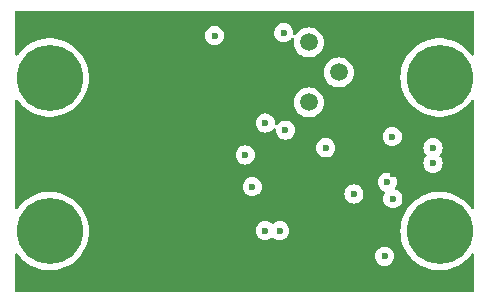
<source format=gbr>
%TF.GenerationSoftware,KiCad,Pcbnew,7.0.9*%
%TF.CreationDate,2024-10-15T17:03:29-06:00*%
%TF.ProjectId,howland,686f776c-616e-4642-9e6b-696361645f70,rev?*%
%TF.SameCoordinates,Original*%
%TF.FileFunction,Copper,L3,Inr*%
%TF.FilePolarity,Positive*%
%FSLAX46Y46*%
G04 Gerber Fmt 4.6, Leading zero omitted, Abs format (unit mm)*
G04 Created by KiCad (PCBNEW 7.0.9) date 2024-10-15 17:03:29*
%MOMM*%
%LPD*%
G01*
G04 APERTURE LIST*
%TA.AperFunction,ComponentPad*%
%ADD10C,5.600000*%
%TD*%
%TA.AperFunction,ComponentPad*%
%ADD11C,1.520000*%
%TD*%
%TA.AperFunction,ViaPad*%
%ADD12C,0.600000*%
%TD*%
G04 APERTURE END LIST*
D10*
%TO.N,GNDPWR*%
%TO.C,MH1*%
X103000000Y-84000000D03*
%TD*%
%TO.N,GNDPWR*%
%TO.C,MH2*%
X136000000Y-84000000D03*
%TD*%
%TO.N,GNDPWR*%
%TO.C,MH3*%
X103000000Y-97000000D03*
%TD*%
%TO.N,GNDPWR*%
%TO.C,MH4*%
X136000000Y-97000000D03*
%TD*%
D11*
%TO.N,Net-(R7-Pad2)*%
%TO.C,RV1*%
X124930000Y-86100000D03*
%TO.N,Net-(U5-+)*%
X127470000Y-83560000D03*
%TO.N,Net-(R8-Pad1)*%
X124930000Y-81020000D03*
%TD*%
D12*
%TO.N,GND*%
X136950000Y-80550000D03*
X132718411Y-80878411D03*
X135250000Y-88700989D03*
X112250000Y-80250000D03*
X132050000Y-92200000D03*
X112650000Y-88750000D03*
X127550000Y-85950000D03*
X137250000Y-89250000D03*
X123350000Y-94750000D03*
X116150000Y-89150000D03*
X126150000Y-88250000D03*
X112650000Y-93650000D03*
X127650000Y-91550000D03*
X134450000Y-93050000D03*
%TO.N,+3V3*%
X116950000Y-80450000D03*
X121250000Y-87850000D03*
X121250000Y-96950000D03*
X122800000Y-80200000D03*
%TO.N,VD*%
X135450000Y-91250000D03*
X122465000Y-96965000D03*
X131590145Y-92854016D03*
X131350000Y-99130000D03*
X122950000Y-88450000D03*
%TO.N,/Channel1/buffer/out+*%
X120150000Y-93250000D03*
X119550000Y-90550000D03*
%TO.N,/scl-rx*%
X132000000Y-89000000D03*
%TO.N,/sda-tx*%
X128750000Y-93850000D03*
X135450000Y-89950000D03*
X126350000Y-89950000D03*
X132050000Y-94249990D03*
%TD*%
%TA.AperFunction,Conductor*%
%TO.N,GND*%
G36*
X138866621Y-78345502D02*
G01*
X138913114Y-78399158D01*
X138924500Y-78451500D01*
X138924500Y-82007417D01*
X138904498Y-82075538D01*
X138850842Y-82122031D01*
X138780568Y-82132135D01*
X138715988Y-82102641D01*
X138694211Y-82078127D01*
X138692456Y-82075538D01*
X138637742Y-81994841D01*
X138405484Y-81721405D01*
X138405483Y-81721404D01*
X138145037Y-81474695D01*
X138145022Y-81474682D01*
X137859418Y-81257572D01*
X137859412Y-81257568D01*
X137835560Y-81243217D01*
X137552005Y-81072607D01*
X137226401Y-80921967D01*
X136886417Y-80807413D01*
X136838915Y-80796956D01*
X136536054Y-80730291D01*
X136536030Y-80730287D01*
X136179389Y-80691500D01*
X136179382Y-80691500D01*
X135820618Y-80691500D01*
X135820610Y-80691500D01*
X135463969Y-80730287D01*
X135463945Y-80730291D01*
X135113587Y-80807412D01*
X135113573Y-80807416D01*
X134773601Y-80921966D01*
X134697273Y-80957279D01*
X134575503Y-81013616D01*
X134447989Y-81072610D01*
X134140587Y-81257568D01*
X134140581Y-81257572D01*
X133854977Y-81474682D01*
X133854962Y-81474695D01*
X133594516Y-81721404D01*
X133362256Y-81994843D01*
X133160924Y-82291785D01*
X133160922Y-82291789D01*
X132992876Y-82608759D01*
X132992872Y-82608768D01*
X132860084Y-82942040D01*
X132764103Y-83287730D01*
X132706064Y-83641762D01*
X132686641Y-83999996D01*
X132686641Y-84000003D01*
X132706064Y-84358237D01*
X132764103Y-84712269D01*
X132860084Y-85057959D01*
X132860085Y-85057961D01*
X132992877Y-85391243D01*
X133031094Y-85463327D01*
X133137744Y-85664492D01*
X133160925Y-85708215D01*
X133362258Y-86005159D01*
X133594516Y-86278595D01*
X133854962Y-86525304D01*
X133854977Y-86525317D01*
X134140586Y-86742431D01*
X134447995Y-86927393D01*
X134773599Y-87078033D01*
X135113583Y-87192587D01*
X135463958Y-87269711D01*
X135820618Y-87308500D01*
X135820626Y-87308500D01*
X136179374Y-87308500D01*
X136179382Y-87308500D01*
X136536042Y-87269711D01*
X136886417Y-87192587D01*
X137226401Y-87078033D01*
X137552005Y-86927393D01*
X137859414Y-86742431D01*
X138145023Y-86525317D01*
X138405484Y-86278595D01*
X138637742Y-86005159D01*
X138694211Y-85921872D01*
X138748995Y-85876715D01*
X138819496Y-85868344D01*
X138883331Y-85899417D01*
X138920233Y-85960070D01*
X138924500Y-85992582D01*
X138924500Y-95007417D01*
X138904498Y-95075538D01*
X138850842Y-95122031D01*
X138780568Y-95132135D01*
X138715988Y-95102641D01*
X138694211Y-95078127D01*
X138692456Y-95075538D01*
X138637742Y-94994841D01*
X138405484Y-94721405D01*
X138322940Y-94643215D01*
X138145037Y-94474695D01*
X138145022Y-94474682D01*
X137859418Y-94257572D01*
X137859412Y-94257568D01*
X137846817Y-94249990D01*
X137552005Y-94072607D01*
X137226401Y-93921967D01*
X136886417Y-93807413D01*
X136810381Y-93790676D01*
X136536054Y-93730291D01*
X136536030Y-93730287D01*
X136179389Y-93691500D01*
X136179382Y-93691500D01*
X135820618Y-93691500D01*
X135820610Y-93691500D01*
X135463969Y-93730287D01*
X135463945Y-93730291D01*
X135113587Y-93807412D01*
X135113573Y-93807416D01*
X134773601Y-93921966D01*
X134773599Y-93921967D01*
X134455924Y-94068939D01*
X134447989Y-94072610D01*
X134140587Y-94257568D01*
X134140581Y-94257572D01*
X133854977Y-94474682D01*
X133854962Y-94474695D01*
X133594516Y-94721404D01*
X133362256Y-94994843D01*
X133160924Y-95291785D01*
X133160922Y-95291789D01*
X132992876Y-95608759D01*
X132992872Y-95608768D01*
X132860084Y-95942040D01*
X132764103Y-96287730D01*
X132706064Y-96641762D01*
X132686641Y-96999996D01*
X132686641Y-97000003D01*
X132706064Y-97358237D01*
X132764103Y-97712269D01*
X132860084Y-98057959D01*
X132860085Y-98057961D01*
X132992877Y-98391243D01*
X133075500Y-98547086D01*
X133160922Y-98708210D01*
X133160924Y-98708214D01*
X133207552Y-98776985D01*
X133362258Y-99005159D01*
X133468299Y-99130000D01*
X133594516Y-99278595D01*
X133854962Y-99525304D01*
X133854977Y-99525317D01*
X134140586Y-99742431D01*
X134447995Y-99927393D01*
X134773599Y-100078033D01*
X135113583Y-100192587D01*
X135463958Y-100269711D01*
X135820618Y-100308500D01*
X135820626Y-100308500D01*
X136179374Y-100308500D01*
X136179382Y-100308500D01*
X136536042Y-100269711D01*
X136886417Y-100192587D01*
X137226401Y-100078033D01*
X137552005Y-99927393D01*
X137859414Y-99742431D01*
X138145023Y-99525317D01*
X138189678Y-99483018D01*
X138201384Y-99471928D01*
X138405484Y-99278595D01*
X138637742Y-99005159D01*
X138694211Y-98921872D01*
X138748995Y-98876715D01*
X138819496Y-98868344D01*
X138883331Y-98899417D01*
X138920233Y-98960070D01*
X138924500Y-98992582D01*
X138924500Y-102048500D01*
X138904498Y-102116621D01*
X138850842Y-102163114D01*
X138798500Y-102174500D01*
X100201500Y-102174500D01*
X100133379Y-102154498D01*
X100086886Y-102100842D01*
X100075500Y-102048500D01*
X100075500Y-98992582D01*
X100095502Y-98924461D01*
X100149158Y-98877968D01*
X100219432Y-98867864D01*
X100284012Y-98897358D01*
X100305787Y-98921871D01*
X100362258Y-99005159D01*
X100468299Y-99130000D01*
X100594516Y-99278595D01*
X100854962Y-99525304D01*
X100854977Y-99525317D01*
X101140586Y-99742431D01*
X101447995Y-99927393D01*
X101773599Y-100078033D01*
X102113583Y-100192587D01*
X102463958Y-100269711D01*
X102820618Y-100308500D01*
X102820626Y-100308500D01*
X103179374Y-100308500D01*
X103179382Y-100308500D01*
X103536042Y-100269711D01*
X103886417Y-100192587D01*
X104226401Y-100078033D01*
X104552005Y-99927393D01*
X104859414Y-99742431D01*
X105145023Y-99525317D01*
X105189678Y-99483018D01*
X105201384Y-99471928D01*
X105405484Y-99278595D01*
X105531701Y-99130000D01*
X130536384Y-99130000D01*
X130556783Y-99311047D01*
X130556783Y-99311049D01*
X130556784Y-99311050D01*
X130616957Y-99483015D01*
X130616958Y-99483018D01*
X130713887Y-99637279D01*
X130713888Y-99637281D01*
X130842718Y-99766111D01*
X130842720Y-99766112D01*
X130996981Y-99863041D01*
X130996982Y-99863041D01*
X130996985Y-99863043D01*
X131168953Y-99923217D01*
X131350000Y-99943616D01*
X131531047Y-99923217D01*
X131703015Y-99863043D01*
X131857281Y-99766111D01*
X131986111Y-99637281D01*
X132083043Y-99483015D01*
X132143217Y-99311047D01*
X132163616Y-99130000D01*
X132143217Y-98948953D01*
X132083043Y-98776985D01*
X132083041Y-98776982D01*
X132083041Y-98776981D01*
X131986112Y-98622720D01*
X131986111Y-98622718D01*
X131857281Y-98493888D01*
X131857279Y-98493887D01*
X131703018Y-98396958D01*
X131703015Y-98396957D01*
X131531050Y-98336784D01*
X131531049Y-98336783D01*
X131531047Y-98336783D01*
X131350000Y-98316384D01*
X131168953Y-98336783D01*
X131168950Y-98336783D01*
X131168949Y-98336784D01*
X130996984Y-98396957D01*
X130996981Y-98396958D01*
X130842720Y-98493887D01*
X130842718Y-98493888D01*
X130713888Y-98622718D01*
X130713887Y-98622720D01*
X130616958Y-98776981D01*
X130616957Y-98776984D01*
X130566259Y-98921873D01*
X130556783Y-98948953D01*
X130536384Y-99130000D01*
X105531701Y-99130000D01*
X105637742Y-99005159D01*
X105839075Y-98708215D01*
X106007123Y-98391243D01*
X106139915Y-98057961D01*
X106235895Y-97712274D01*
X106240688Y-97683041D01*
X106244761Y-97658188D01*
X106293936Y-97358237D01*
X106313359Y-97000000D01*
X106310648Y-96950000D01*
X120436384Y-96950000D01*
X120456783Y-97131047D01*
X120456783Y-97131049D01*
X120456784Y-97131050D01*
X120516957Y-97303015D01*
X120516958Y-97303018D01*
X120613887Y-97457279D01*
X120613888Y-97457281D01*
X120742718Y-97586111D01*
X120742720Y-97586112D01*
X120896981Y-97683041D01*
X120896982Y-97683041D01*
X120896985Y-97683043D01*
X121068953Y-97743217D01*
X121250000Y-97763616D01*
X121431047Y-97743217D01*
X121603015Y-97683043D01*
X121757281Y-97586111D01*
X121760901Y-97582490D01*
X121823210Y-97548463D01*
X121894026Y-97553524D01*
X121939094Y-97582486D01*
X121957719Y-97601111D01*
X121957722Y-97601114D01*
X122111981Y-97698041D01*
X122111982Y-97698041D01*
X122111985Y-97698043D01*
X122283953Y-97758217D01*
X122465000Y-97778616D01*
X122646047Y-97758217D01*
X122818015Y-97698043D01*
X122972281Y-97601111D01*
X123101111Y-97472281D01*
X123198043Y-97318015D01*
X123258217Y-97146047D01*
X123278616Y-96965000D01*
X123258217Y-96783953D01*
X123198043Y-96611985D01*
X123198041Y-96611982D01*
X123198041Y-96611981D01*
X123101112Y-96457720D01*
X123101111Y-96457718D01*
X122972281Y-96328888D01*
X122972279Y-96328887D01*
X122818018Y-96231958D01*
X122818015Y-96231957D01*
X122646050Y-96171784D01*
X122646049Y-96171783D01*
X122646047Y-96171783D01*
X122465000Y-96151384D01*
X122283953Y-96171783D01*
X122283950Y-96171783D01*
X122283949Y-96171784D01*
X122111984Y-96231957D01*
X122111981Y-96231958D01*
X121957720Y-96328887D01*
X121954089Y-96332518D01*
X121891775Y-96366539D01*
X121820960Y-96361470D01*
X121775904Y-96332512D01*
X121757281Y-96313889D01*
X121757280Y-96313888D01*
X121757277Y-96313885D01*
X121603018Y-96216958D01*
X121603015Y-96216957D01*
X121431050Y-96156784D01*
X121431049Y-96156783D01*
X121431047Y-96156783D01*
X121250000Y-96136384D01*
X121068953Y-96156783D01*
X121068950Y-96156783D01*
X121068949Y-96156784D01*
X120896984Y-96216957D01*
X120896981Y-96216958D01*
X120742720Y-96313887D01*
X120742718Y-96313888D01*
X120613888Y-96442718D01*
X120613887Y-96442720D01*
X120516958Y-96596981D01*
X120516957Y-96596984D01*
X120501289Y-96641763D01*
X120456783Y-96768953D01*
X120436384Y-96950000D01*
X106310648Y-96950000D01*
X106293936Y-96641763D01*
X106235895Y-96287726D01*
X106139915Y-95942039D01*
X106007123Y-95608757D01*
X105839075Y-95291785D01*
X105637742Y-94994841D01*
X105405484Y-94721405D01*
X105322940Y-94643215D01*
X105145037Y-94474695D01*
X105145022Y-94474682D01*
X104859418Y-94257572D01*
X104859412Y-94257568D01*
X104846817Y-94249990D01*
X104552005Y-94072607D01*
X104226401Y-93921967D01*
X103886417Y-93807413D01*
X103810381Y-93790676D01*
X103536054Y-93730291D01*
X103536030Y-93730287D01*
X103179389Y-93691500D01*
X103179382Y-93691500D01*
X102820618Y-93691500D01*
X102820610Y-93691500D01*
X102463969Y-93730287D01*
X102463945Y-93730291D01*
X102113587Y-93807412D01*
X102113573Y-93807416D01*
X101773601Y-93921966D01*
X101773599Y-93921967D01*
X101455924Y-94068939D01*
X101447989Y-94072610D01*
X101140587Y-94257568D01*
X101140581Y-94257572D01*
X100854977Y-94474682D01*
X100854962Y-94474695D01*
X100594516Y-94721404D01*
X100362259Y-94994839D01*
X100305789Y-95078127D01*
X100251005Y-95123285D01*
X100180503Y-95131655D01*
X100116668Y-95100581D01*
X100079767Y-95039928D01*
X100075500Y-95007417D01*
X100075500Y-93250000D01*
X119336384Y-93250000D01*
X119356783Y-93431047D01*
X119356783Y-93431049D01*
X119356784Y-93431050D01*
X119416957Y-93603015D01*
X119416958Y-93603018D01*
X119513887Y-93757279D01*
X119513888Y-93757281D01*
X119642718Y-93886111D01*
X119642720Y-93886112D01*
X119796981Y-93983041D01*
X119796982Y-93983041D01*
X119796985Y-93983043D01*
X119968953Y-94043217D01*
X120150000Y-94063616D01*
X120331047Y-94043217D01*
X120503015Y-93983043D01*
X120657281Y-93886111D01*
X120693392Y-93850000D01*
X127936384Y-93850000D01*
X127956783Y-94031047D01*
X127956783Y-94031049D01*
X127956784Y-94031050D01*
X128016957Y-94203015D01*
X128016958Y-94203018D01*
X128113887Y-94357279D01*
X128113888Y-94357281D01*
X128242718Y-94486111D01*
X128242720Y-94486112D01*
X128396981Y-94583041D01*
X128396982Y-94583041D01*
X128396985Y-94583043D01*
X128568953Y-94643217D01*
X128750000Y-94663616D01*
X128931047Y-94643217D01*
X129103015Y-94583043D01*
X129257281Y-94486111D01*
X129386111Y-94357281D01*
X129483043Y-94203015D01*
X129543217Y-94031047D01*
X129563616Y-93850000D01*
X129543217Y-93668953D01*
X129483043Y-93496985D01*
X129483041Y-93496982D01*
X129483041Y-93496981D01*
X129386112Y-93342720D01*
X129386111Y-93342718D01*
X129257281Y-93213888D01*
X129257279Y-93213887D01*
X129103018Y-93116958D01*
X129103015Y-93116957D01*
X128931050Y-93056784D01*
X128931049Y-93056783D01*
X128931047Y-93056783D01*
X128750000Y-93036384D01*
X128568953Y-93056783D01*
X128568950Y-93056783D01*
X128568949Y-93056784D01*
X128396984Y-93116957D01*
X128396981Y-93116958D01*
X128242720Y-93213887D01*
X128242718Y-93213888D01*
X128113888Y-93342718D01*
X128113887Y-93342720D01*
X128016958Y-93496981D01*
X128016957Y-93496984D01*
X127961663Y-93655008D01*
X127956783Y-93668953D01*
X127936384Y-93850000D01*
X120693392Y-93850000D01*
X120786111Y-93757281D01*
X120883043Y-93603015D01*
X120943217Y-93431047D01*
X120963616Y-93250000D01*
X120943217Y-93068953D01*
X120883043Y-92896985D01*
X120883041Y-92896982D01*
X120883041Y-92896981D01*
X120856044Y-92854016D01*
X130776529Y-92854016D01*
X130796928Y-93035063D01*
X130796928Y-93035065D01*
X130796929Y-93035066D01*
X130857102Y-93207031D01*
X130857103Y-93207034D01*
X130954032Y-93361295D01*
X130954033Y-93361297D01*
X131082863Y-93490127D01*
X131082865Y-93490128D01*
X131125549Y-93516948D01*
X131237130Y-93587059D01*
X131313073Y-93613632D01*
X131370762Y-93655008D01*
X131396925Y-93721008D01*
X131383253Y-93790676D01*
X131378144Y-93799596D01*
X131316956Y-93896976D01*
X131258647Y-94063615D01*
X131256783Y-94068943D01*
X131236384Y-94249990D01*
X131256783Y-94431037D01*
X131256783Y-94431039D01*
X131256784Y-94431040D01*
X131316957Y-94603005D01*
X131316958Y-94603008D01*
X131413887Y-94757269D01*
X131413888Y-94757271D01*
X131542718Y-94886101D01*
X131542720Y-94886102D01*
X131696981Y-94983031D01*
X131696982Y-94983031D01*
X131696985Y-94983033D01*
X131868953Y-95043207D01*
X132050000Y-95063606D01*
X132231047Y-95043207D01*
X132403015Y-94983033D01*
X132557281Y-94886101D01*
X132686111Y-94757271D01*
X132783043Y-94603005D01*
X132843217Y-94431037D01*
X132863616Y-94249990D01*
X132843217Y-94068943D01*
X132783043Y-93896975D01*
X132783041Y-93896972D01*
X132783041Y-93896971D01*
X132686112Y-93742710D01*
X132686111Y-93742708D01*
X132557281Y-93613878D01*
X132557279Y-93613877D01*
X132403017Y-93516948D01*
X132403016Y-93516947D01*
X132403015Y-93516947D01*
X132374014Y-93506799D01*
X132327072Y-93490373D01*
X132269381Y-93448994D01*
X132243218Y-93382994D01*
X132256892Y-93313326D01*
X132261986Y-93304433D01*
X132323188Y-93207031D01*
X132383362Y-93035063D01*
X132403761Y-92854016D01*
X132383362Y-92672969D01*
X132323188Y-92501001D01*
X132323186Y-92500998D01*
X132323186Y-92500997D01*
X132226257Y-92346736D01*
X132226256Y-92346734D01*
X132097426Y-92217904D01*
X132097424Y-92217903D01*
X131943163Y-92120974D01*
X131943160Y-92120973D01*
X131771195Y-92060800D01*
X131771194Y-92060799D01*
X131771192Y-92060799D01*
X131590145Y-92040400D01*
X131409098Y-92060799D01*
X131409095Y-92060799D01*
X131409094Y-92060800D01*
X131237129Y-92120973D01*
X131237126Y-92120974D01*
X131082865Y-92217903D01*
X131082863Y-92217904D01*
X130954033Y-92346734D01*
X130954032Y-92346736D01*
X130857103Y-92500997D01*
X130857102Y-92501000D01*
X130817602Y-92613887D01*
X130796928Y-92672969D01*
X130776529Y-92854016D01*
X120856044Y-92854016D01*
X120786112Y-92742720D01*
X120786111Y-92742718D01*
X120657281Y-92613888D01*
X120657279Y-92613887D01*
X120503018Y-92516958D01*
X120503015Y-92516957D01*
X120331050Y-92456784D01*
X120331049Y-92456783D01*
X120331047Y-92456783D01*
X120150000Y-92436384D01*
X119968953Y-92456783D01*
X119968950Y-92456783D01*
X119968949Y-92456784D01*
X119796984Y-92516957D01*
X119796981Y-92516958D01*
X119642720Y-92613887D01*
X119642718Y-92613888D01*
X119513888Y-92742718D01*
X119513887Y-92742720D01*
X119416958Y-92896981D01*
X119416957Y-92896984D01*
X119368641Y-93035066D01*
X119356783Y-93068953D01*
X119336384Y-93250000D01*
X100075500Y-93250000D01*
X100075500Y-90550000D01*
X118736384Y-90550000D01*
X118756783Y-90731047D01*
X118756783Y-90731049D01*
X118756784Y-90731050D01*
X118816957Y-90903015D01*
X118816958Y-90903018D01*
X118913887Y-91057279D01*
X118913888Y-91057281D01*
X119042718Y-91186111D01*
X119042720Y-91186112D01*
X119196981Y-91283041D01*
X119196982Y-91283041D01*
X119196985Y-91283043D01*
X119368953Y-91343217D01*
X119550000Y-91363616D01*
X119731047Y-91343217D01*
X119903015Y-91283043D01*
X119955602Y-91250000D01*
X134636384Y-91250000D01*
X134656783Y-91431047D01*
X134656783Y-91431049D01*
X134656784Y-91431050D01*
X134716957Y-91603015D01*
X134716958Y-91603018D01*
X134813887Y-91757279D01*
X134813888Y-91757281D01*
X134942718Y-91886111D01*
X134942720Y-91886112D01*
X135096981Y-91983041D01*
X135096982Y-91983041D01*
X135096985Y-91983043D01*
X135268953Y-92043217D01*
X135450000Y-92063616D01*
X135631047Y-92043217D01*
X135803015Y-91983043D01*
X135957281Y-91886111D01*
X136086111Y-91757281D01*
X136183043Y-91603015D01*
X136243217Y-91431047D01*
X136263616Y-91250000D01*
X136243217Y-91068953D01*
X136183043Y-90896985D01*
X136183041Y-90896982D01*
X136183041Y-90896981D01*
X136086112Y-90742720D01*
X136086111Y-90742718D01*
X136032488Y-90689095D01*
X135998462Y-90626783D01*
X136003527Y-90555968D01*
X136032488Y-90510905D01*
X136086111Y-90457281D01*
X136086112Y-90457279D01*
X136183041Y-90303018D01*
X136183040Y-90303018D01*
X136183043Y-90303015D01*
X136243217Y-90131047D01*
X136263616Y-89950000D01*
X136243217Y-89768953D01*
X136183043Y-89596985D01*
X136183041Y-89596982D01*
X136183041Y-89596981D01*
X136086112Y-89442720D01*
X136086111Y-89442718D01*
X135957281Y-89313888D01*
X135957279Y-89313887D01*
X135803018Y-89216958D01*
X135803015Y-89216957D01*
X135631050Y-89156784D01*
X135631049Y-89156783D01*
X135631047Y-89156783D01*
X135450000Y-89136384D01*
X135268953Y-89156783D01*
X135268950Y-89156783D01*
X135268949Y-89156784D01*
X135096984Y-89216957D01*
X135096981Y-89216958D01*
X134942720Y-89313887D01*
X134942718Y-89313888D01*
X134813888Y-89442718D01*
X134813887Y-89442720D01*
X134716958Y-89596981D01*
X134716957Y-89596984D01*
X134669349Y-89733042D01*
X134656783Y-89768953D01*
X134636384Y-89950000D01*
X134656783Y-90131047D01*
X134656783Y-90131049D01*
X134656784Y-90131050D01*
X134716957Y-90303015D01*
X134716958Y-90303018D01*
X134813887Y-90457279D01*
X134813888Y-90457281D01*
X134867512Y-90510905D01*
X134901538Y-90573217D01*
X134896473Y-90644032D01*
X134867512Y-90689095D01*
X134813888Y-90742718D01*
X134813887Y-90742720D01*
X134716958Y-90896981D01*
X134716957Y-90896984D01*
X134660868Y-91057279D01*
X134656783Y-91068953D01*
X134636384Y-91250000D01*
X119955602Y-91250000D01*
X120057281Y-91186111D01*
X120186111Y-91057281D01*
X120283043Y-90903015D01*
X120343217Y-90731047D01*
X120363616Y-90550000D01*
X120343217Y-90368953D01*
X120283043Y-90196985D01*
X120283041Y-90196982D01*
X120283041Y-90196981D01*
X120186112Y-90042720D01*
X120186111Y-90042718D01*
X120093393Y-89950000D01*
X125536384Y-89950000D01*
X125556783Y-90131047D01*
X125556783Y-90131049D01*
X125556784Y-90131050D01*
X125616957Y-90303015D01*
X125616958Y-90303018D01*
X125713887Y-90457279D01*
X125713888Y-90457281D01*
X125842718Y-90586111D01*
X125842720Y-90586112D01*
X125996981Y-90683041D01*
X125996982Y-90683041D01*
X125996985Y-90683043D01*
X126168953Y-90743217D01*
X126350000Y-90763616D01*
X126531047Y-90743217D01*
X126703015Y-90683043D01*
X126857281Y-90586111D01*
X126986111Y-90457281D01*
X127083043Y-90303015D01*
X127143217Y-90131047D01*
X127163616Y-89950000D01*
X127143217Y-89768953D01*
X127083043Y-89596985D01*
X127083041Y-89596982D01*
X127083041Y-89596981D01*
X126986112Y-89442720D01*
X126986111Y-89442718D01*
X126857281Y-89313888D01*
X126857279Y-89313887D01*
X126703018Y-89216958D01*
X126703015Y-89216957D01*
X126531050Y-89156784D01*
X126531049Y-89156783D01*
X126531047Y-89156783D01*
X126350000Y-89136384D01*
X126168953Y-89156783D01*
X126168950Y-89156783D01*
X126168949Y-89156784D01*
X125996984Y-89216957D01*
X125996981Y-89216958D01*
X125842720Y-89313887D01*
X125842718Y-89313888D01*
X125713888Y-89442718D01*
X125713887Y-89442720D01*
X125616958Y-89596981D01*
X125616957Y-89596984D01*
X125569349Y-89733042D01*
X125556783Y-89768953D01*
X125536384Y-89950000D01*
X120093393Y-89950000D01*
X120057281Y-89913888D01*
X120057279Y-89913887D01*
X119903018Y-89816958D01*
X119903015Y-89816957D01*
X119731050Y-89756784D01*
X119731049Y-89756783D01*
X119731047Y-89756783D01*
X119550000Y-89736384D01*
X119368953Y-89756783D01*
X119368950Y-89756783D01*
X119368949Y-89756784D01*
X119196984Y-89816957D01*
X119196981Y-89816958D01*
X119042720Y-89913887D01*
X119042718Y-89913888D01*
X118913888Y-90042718D01*
X118913887Y-90042720D01*
X118816958Y-90196981D01*
X118816957Y-90196984D01*
X118779855Y-90303018D01*
X118756783Y-90368953D01*
X118736384Y-90550000D01*
X100075500Y-90550000D01*
X100075500Y-87850000D01*
X120436384Y-87850000D01*
X120456783Y-88031047D01*
X120456783Y-88031049D01*
X120456784Y-88031050D01*
X120516957Y-88203015D01*
X120516958Y-88203018D01*
X120613887Y-88357279D01*
X120613888Y-88357281D01*
X120742718Y-88486111D01*
X120742720Y-88486112D01*
X120896981Y-88583041D01*
X120896982Y-88583041D01*
X120896985Y-88583043D01*
X121068953Y-88643217D01*
X121250000Y-88663616D01*
X121431047Y-88643217D01*
X121603015Y-88583043D01*
X121757281Y-88486111D01*
X121886111Y-88357281D01*
X121910093Y-88319114D01*
X121963271Y-88272076D01*
X122033438Y-88261255D01*
X122098317Y-88290087D01*
X122137308Y-88349418D01*
X122141988Y-88400255D01*
X122136384Y-88450000D01*
X122156783Y-88631047D01*
X122156783Y-88631049D01*
X122156784Y-88631050D01*
X122216957Y-88803015D01*
X122216958Y-88803018D01*
X122313887Y-88957279D01*
X122313888Y-88957281D01*
X122442718Y-89086111D01*
X122442720Y-89086112D01*
X122596981Y-89183041D01*
X122596982Y-89183041D01*
X122596985Y-89183043D01*
X122768953Y-89243217D01*
X122950000Y-89263616D01*
X123131047Y-89243217D01*
X123303015Y-89183043D01*
X123457281Y-89086111D01*
X123543392Y-89000000D01*
X131186384Y-89000000D01*
X131206783Y-89181047D01*
X131206783Y-89181049D01*
X131206784Y-89181050D01*
X131266957Y-89353015D01*
X131266958Y-89353018D01*
X131363887Y-89507279D01*
X131363888Y-89507281D01*
X131492718Y-89636111D01*
X131492720Y-89636112D01*
X131646981Y-89733041D01*
X131646982Y-89733041D01*
X131646985Y-89733043D01*
X131818953Y-89793217D01*
X132000000Y-89813616D01*
X132181047Y-89793217D01*
X132353015Y-89733043D01*
X132507281Y-89636111D01*
X132636111Y-89507281D01*
X132733043Y-89353015D01*
X132793217Y-89181047D01*
X132813616Y-89000000D01*
X132793217Y-88818953D01*
X132733043Y-88646985D01*
X132733041Y-88646982D01*
X132733041Y-88646981D01*
X132636112Y-88492720D01*
X132636111Y-88492718D01*
X132507281Y-88363888D01*
X132507279Y-88363887D01*
X132353018Y-88266958D01*
X132353015Y-88266957D01*
X132181050Y-88206784D01*
X132181049Y-88206783D01*
X132181047Y-88206783D01*
X132000000Y-88186384D01*
X131818953Y-88206783D01*
X131818950Y-88206783D01*
X131818949Y-88206784D01*
X131646984Y-88266957D01*
X131646981Y-88266958D01*
X131492720Y-88363887D01*
X131492718Y-88363888D01*
X131363888Y-88492718D01*
X131363887Y-88492720D01*
X131266958Y-88646981D01*
X131266957Y-88646984D01*
X131212359Y-88803018D01*
X131206783Y-88818953D01*
X131186384Y-89000000D01*
X123543392Y-89000000D01*
X123586111Y-88957281D01*
X123683043Y-88803015D01*
X123743217Y-88631047D01*
X123763616Y-88450000D01*
X123743217Y-88268953D01*
X123683043Y-88096985D01*
X123683041Y-88096982D01*
X123683041Y-88096981D01*
X123586112Y-87942720D01*
X123586111Y-87942718D01*
X123457281Y-87813888D01*
X123457279Y-87813887D01*
X123303018Y-87716958D01*
X123303015Y-87716957D01*
X123131050Y-87656784D01*
X123131049Y-87656783D01*
X123131047Y-87656783D01*
X122950000Y-87636384D01*
X122768953Y-87656783D01*
X122768950Y-87656783D01*
X122768949Y-87656784D01*
X122596984Y-87716957D01*
X122596981Y-87716958D01*
X122442720Y-87813887D01*
X122442718Y-87813888D01*
X122313887Y-87942719D01*
X122289904Y-87980888D01*
X122236725Y-88027925D01*
X122166557Y-88038744D01*
X122101679Y-88009910D01*
X122062690Y-87950577D01*
X122058011Y-87899743D01*
X122063616Y-87850000D01*
X122043217Y-87668953D01*
X121983043Y-87496985D01*
X121983041Y-87496982D01*
X121983041Y-87496981D01*
X121886112Y-87342720D01*
X121886111Y-87342718D01*
X121757281Y-87213888D01*
X121757279Y-87213887D01*
X121603018Y-87116958D01*
X121603015Y-87116957D01*
X121431050Y-87056784D01*
X121431049Y-87056783D01*
X121431047Y-87056783D01*
X121250000Y-87036384D01*
X121068953Y-87056783D01*
X121068950Y-87056783D01*
X121068949Y-87056784D01*
X120896984Y-87116957D01*
X120896981Y-87116958D01*
X120742720Y-87213887D01*
X120742718Y-87213888D01*
X120613888Y-87342718D01*
X120613887Y-87342720D01*
X120516958Y-87496981D01*
X120516957Y-87496984D01*
X120516957Y-87496985D01*
X120456783Y-87668953D01*
X120436384Y-87850000D01*
X100075500Y-87850000D01*
X100075500Y-85992582D01*
X100095502Y-85924461D01*
X100149158Y-85877968D01*
X100219432Y-85867864D01*
X100284012Y-85897358D01*
X100305787Y-85921871D01*
X100362258Y-86005159D01*
X100594516Y-86278595D01*
X100854962Y-86525304D01*
X100854977Y-86525317D01*
X101140586Y-86742431D01*
X101447995Y-86927393D01*
X101773599Y-87078033D01*
X102113583Y-87192587D01*
X102463958Y-87269711D01*
X102820618Y-87308500D01*
X102820626Y-87308500D01*
X103179374Y-87308500D01*
X103179382Y-87308500D01*
X103536042Y-87269711D01*
X103886417Y-87192587D01*
X104226401Y-87078033D01*
X104552005Y-86927393D01*
X104859414Y-86742431D01*
X105145023Y-86525317D01*
X105405484Y-86278595D01*
X105557184Y-86100000D01*
X123656655Y-86100000D01*
X123676000Y-86321117D01*
X123733446Y-86535507D01*
X123733448Y-86535512D01*
X123827250Y-86736671D01*
X123827251Y-86736673D01*
X123954554Y-86918481D01*
X123954558Y-86918486D01*
X123954561Y-86918490D01*
X124111510Y-87075439D01*
X124111514Y-87075442D01*
X124111518Y-87075445D01*
X124170805Y-87116958D01*
X124293327Y-87202749D01*
X124494490Y-87296553D01*
X124708886Y-87354000D01*
X124930000Y-87373345D01*
X125151114Y-87354000D01*
X125365510Y-87296553D01*
X125566673Y-87202749D01*
X125748490Y-87075439D01*
X125905439Y-86918490D01*
X126032749Y-86736673D01*
X126126553Y-86535510D01*
X126184000Y-86321114D01*
X126203345Y-86100000D01*
X126184000Y-85878886D01*
X126126553Y-85664490D01*
X126032749Y-85463328D01*
X125905439Y-85281510D01*
X125748490Y-85124561D01*
X125748486Y-85124558D01*
X125748481Y-85124554D01*
X125566673Y-84997251D01*
X125566671Y-84997250D01*
X125365512Y-84903448D01*
X125365507Y-84903446D01*
X125151117Y-84846000D01*
X124930000Y-84826655D01*
X124708882Y-84846000D01*
X124494492Y-84903446D01*
X124494487Y-84903448D01*
X124293327Y-84997251D01*
X124111513Y-85124558D01*
X124111507Y-85124563D01*
X123954563Y-85281507D01*
X123954558Y-85281513D01*
X123827251Y-85463327D01*
X123733448Y-85664487D01*
X123733446Y-85664492D01*
X123676000Y-85878882D01*
X123656655Y-86100000D01*
X105557184Y-86100000D01*
X105637742Y-86005159D01*
X105839075Y-85708215D01*
X106007123Y-85391243D01*
X106139915Y-85057961D01*
X106235895Y-84712274D01*
X106293936Y-84358237D01*
X106313359Y-84000000D01*
X106313115Y-83995507D01*
X106309735Y-83933173D01*
X106293936Y-83641763D01*
X106280532Y-83560000D01*
X126196655Y-83560000D01*
X126216000Y-83781117D01*
X126273446Y-83995507D01*
X126273448Y-83995512D01*
X126367250Y-84196671D01*
X126367251Y-84196673D01*
X126494554Y-84378481D01*
X126494558Y-84378486D01*
X126494561Y-84378490D01*
X126651510Y-84535439D01*
X126651514Y-84535442D01*
X126651518Y-84535445D01*
X126755252Y-84608080D01*
X126833327Y-84662749D01*
X127034490Y-84756553D01*
X127248886Y-84814000D01*
X127470000Y-84833345D01*
X127691114Y-84814000D01*
X127905510Y-84756553D01*
X128106673Y-84662749D01*
X128288490Y-84535439D01*
X128445439Y-84378490D01*
X128572749Y-84196673D01*
X128666553Y-83995510D01*
X128724000Y-83781114D01*
X128743345Y-83560000D01*
X128724000Y-83338886D01*
X128666553Y-83124490D01*
X128572749Y-82923328D01*
X128445439Y-82741510D01*
X128288490Y-82584561D01*
X128288486Y-82584558D01*
X128288481Y-82584554D01*
X128106673Y-82457251D01*
X128106671Y-82457250D01*
X127905512Y-82363448D01*
X127905507Y-82363446D01*
X127691117Y-82306000D01*
X127470000Y-82286655D01*
X127248882Y-82306000D01*
X127034492Y-82363446D01*
X127034487Y-82363448D01*
X126833327Y-82457251D01*
X126651513Y-82584558D01*
X126651507Y-82584563D01*
X126494563Y-82741507D01*
X126494558Y-82741513D01*
X126367251Y-82923327D01*
X126273448Y-83124487D01*
X126273446Y-83124492D01*
X126216000Y-83338882D01*
X126196655Y-83560000D01*
X106280532Y-83560000D01*
X106235895Y-83287726D01*
X106139915Y-82942039D01*
X106007123Y-82608757D01*
X105839075Y-82291785D01*
X105637742Y-81994841D01*
X105405484Y-81721405D01*
X105405483Y-81721404D01*
X105145037Y-81474695D01*
X105145022Y-81474682D01*
X104859418Y-81257572D01*
X104859412Y-81257568D01*
X104835560Y-81243217D01*
X104552005Y-81072607D01*
X104226401Y-80921967D01*
X103886417Y-80807413D01*
X103838915Y-80796956D01*
X103536054Y-80730291D01*
X103536030Y-80730287D01*
X103179389Y-80691500D01*
X103179382Y-80691500D01*
X102820618Y-80691500D01*
X102820610Y-80691500D01*
X102463969Y-80730287D01*
X102463945Y-80730291D01*
X102113587Y-80807412D01*
X102113573Y-80807416D01*
X101773601Y-80921966D01*
X101697273Y-80957279D01*
X101575503Y-81013616D01*
X101447989Y-81072610D01*
X101140587Y-81257568D01*
X101140581Y-81257572D01*
X100854977Y-81474682D01*
X100854962Y-81474695D01*
X100594516Y-81721404D01*
X100362259Y-81994839D01*
X100305789Y-82078127D01*
X100251005Y-82123285D01*
X100180503Y-82131655D01*
X100116668Y-82100581D01*
X100079767Y-82039928D01*
X100075500Y-82007417D01*
X100075500Y-80450000D01*
X116136384Y-80450000D01*
X116156783Y-80631047D01*
X116156783Y-80631049D01*
X116156784Y-80631050D01*
X116216957Y-80803015D01*
X116216958Y-80803018D01*
X116313887Y-80957279D01*
X116313888Y-80957281D01*
X116442718Y-81086111D01*
X116442720Y-81086112D01*
X116596981Y-81183041D01*
X116596982Y-81183041D01*
X116596985Y-81183043D01*
X116768953Y-81243217D01*
X116950000Y-81263616D01*
X117131047Y-81243217D01*
X117303015Y-81183043D01*
X117457281Y-81086111D01*
X117586111Y-80957281D01*
X117683043Y-80803015D01*
X117743217Y-80631047D01*
X117763616Y-80450000D01*
X117743217Y-80268953D01*
X117719089Y-80200000D01*
X121986384Y-80200000D01*
X122006783Y-80381047D01*
X122006783Y-80381049D01*
X122006784Y-80381050D01*
X122066957Y-80553015D01*
X122066958Y-80553018D01*
X122163887Y-80707279D01*
X122163888Y-80707281D01*
X122292718Y-80836111D01*
X122292720Y-80836112D01*
X122446981Y-80933041D01*
X122446982Y-80933041D01*
X122446985Y-80933043D01*
X122618953Y-80993217D01*
X122800000Y-81013616D01*
X122981047Y-80993217D01*
X123153015Y-80933043D01*
X123307281Y-80836111D01*
X123436111Y-80707281D01*
X123452393Y-80681367D01*
X123505570Y-80634330D01*
X123575737Y-80623509D01*
X123640616Y-80652340D01*
X123679608Y-80711671D01*
X123680789Y-80781011D01*
X123676000Y-80798882D01*
X123656655Y-81020000D01*
X123676000Y-81241117D01*
X123733446Y-81455507D01*
X123733448Y-81455512D01*
X123827250Y-81656671D01*
X123827251Y-81656673D01*
X123954554Y-81838481D01*
X123954558Y-81838486D01*
X123954561Y-81838490D01*
X124111510Y-81995439D01*
X124111514Y-81995442D01*
X124111518Y-81995445D01*
X124215252Y-82068080D01*
X124293327Y-82122749D01*
X124494490Y-82216553D01*
X124708886Y-82274000D01*
X124930000Y-82293345D01*
X125151114Y-82274000D01*
X125365510Y-82216553D01*
X125566673Y-82122749D01*
X125748490Y-81995439D01*
X125905439Y-81838490D01*
X126032749Y-81656673D01*
X126126553Y-81455510D01*
X126184000Y-81241114D01*
X126203345Y-81020000D01*
X126184000Y-80798886D01*
X126126553Y-80584490D01*
X126032749Y-80383328D01*
X125905439Y-80201510D01*
X125748490Y-80044561D01*
X125748486Y-80044558D01*
X125748481Y-80044554D01*
X125566673Y-79917251D01*
X125566671Y-79917250D01*
X125365512Y-79823448D01*
X125365507Y-79823446D01*
X125151117Y-79766000D01*
X124930000Y-79746655D01*
X124708882Y-79766000D01*
X124494492Y-79823446D01*
X124494487Y-79823448D01*
X124293327Y-79917251D01*
X124111513Y-80044558D01*
X124111507Y-80044563D01*
X123954563Y-80201507D01*
X123954558Y-80201513D01*
X123831853Y-80376754D01*
X123776396Y-80421082D01*
X123705776Y-80428391D01*
X123642416Y-80396360D01*
X123606431Y-80335159D01*
X123603432Y-80290381D01*
X123613616Y-80200000D01*
X123593217Y-80018953D01*
X123533043Y-79846985D01*
X123533041Y-79846982D01*
X123533041Y-79846981D01*
X123436112Y-79692720D01*
X123436111Y-79692718D01*
X123307281Y-79563888D01*
X123307279Y-79563887D01*
X123153018Y-79466958D01*
X123153015Y-79466957D01*
X122981050Y-79406784D01*
X122981049Y-79406783D01*
X122981047Y-79406783D01*
X122800000Y-79386384D01*
X122618953Y-79406783D01*
X122618950Y-79406783D01*
X122618949Y-79406784D01*
X122446984Y-79466957D01*
X122446981Y-79466958D01*
X122292720Y-79563887D01*
X122292718Y-79563888D01*
X122163888Y-79692718D01*
X122163887Y-79692720D01*
X122066958Y-79846981D01*
X122066957Y-79846984D01*
X122033459Y-79942718D01*
X122006783Y-80018953D01*
X121986384Y-80200000D01*
X117719089Y-80200000D01*
X117683043Y-80096985D01*
X117683041Y-80096982D01*
X117683041Y-80096981D01*
X117586112Y-79942720D01*
X117586111Y-79942718D01*
X117457281Y-79813888D01*
X117457279Y-79813887D01*
X117303018Y-79716958D01*
X117303015Y-79716957D01*
X117131050Y-79656784D01*
X117131049Y-79656783D01*
X117131047Y-79656783D01*
X116950000Y-79636384D01*
X116768953Y-79656783D01*
X116768950Y-79656783D01*
X116768949Y-79656784D01*
X116596984Y-79716957D01*
X116596981Y-79716958D01*
X116442720Y-79813887D01*
X116442718Y-79813888D01*
X116313888Y-79942718D01*
X116313887Y-79942720D01*
X116216958Y-80096981D01*
X116216957Y-80096984D01*
X116180911Y-80200000D01*
X116156783Y-80268953D01*
X116136384Y-80450000D01*
X100075500Y-80450000D01*
X100075500Y-78451500D01*
X100095502Y-78383379D01*
X100149158Y-78336886D01*
X100201500Y-78325500D01*
X138798500Y-78325500D01*
X138866621Y-78345502D01*
G37*
%TD.AperFunction*%
%TD*%
M02*

</source>
